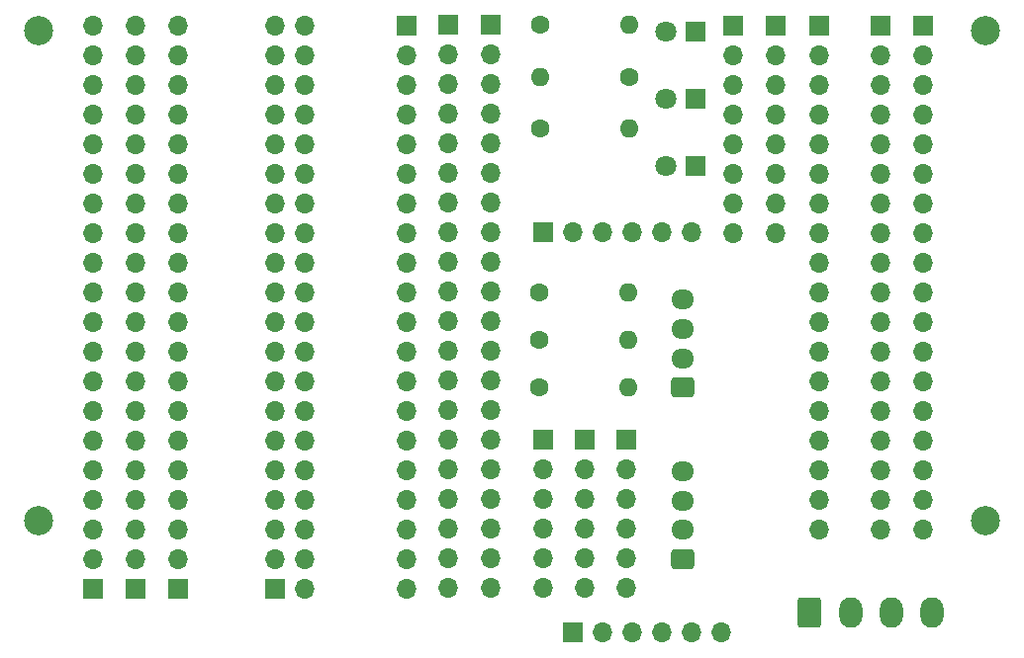
<source format=gbs>
%TF.GenerationSoftware,KiCad,Pcbnew,7.0.5-0*%
%TF.CreationDate,2023-10-02T00:08:41-07:00*%
%TF.ProjectId,FONA_pi,464f4e41-5f70-4692-9e6b-696361645f70,rev?*%
%TF.SameCoordinates,Original*%
%TF.FileFunction,Soldermask,Bot*%
%TF.FilePolarity,Negative*%
%FSLAX46Y46*%
G04 Gerber Fmt 4.6, Leading zero omitted, Abs format (unit mm)*
G04 Created by KiCad (PCBNEW 7.0.5-0) date 2023-10-02 00:08:41*
%MOMM*%
%LPD*%
G01*
G04 APERTURE LIST*
G04 Aperture macros list*
%AMRoundRect*
0 Rectangle with rounded corners*
0 $1 Rounding radius*
0 $2 $3 $4 $5 $6 $7 $8 $9 X,Y pos of 4 corners*
0 Add a 4 corners polygon primitive as box body*
4,1,4,$2,$3,$4,$5,$6,$7,$8,$9,$2,$3,0*
0 Add four circle primitives for the rounded corners*
1,1,$1+$1,$2,$3*
1,1,$1+$1,$4,$5*
1,1,$1+$1,$6,$7*
1,1,$1+$1,$8,$9*
0 Add four rect primitives between the rounded corners*
20,1,$1+$1,$2,$3,$4,$5,0*
20,1,$1+$1,$4,$5,$6,$7,0*
20,1,$1+$1,$6,$7,$8,$9,0*
20,1,$1+$1,$8,$9,$2,$3,0*%
G04 Aperture macros list end*
%ADD10R,1.700000X1.700000*%
%ADD11O,1.700000X1.700000*%
%ADD12C,2.500000*%
%ADD13C,1.600000*%
%ADD14O,1.600000X1.600000*%
%ADD15R,1.800000X1.800000*%
%ADD16C,1.800000*%
%ADD17RoundRect,0.250000X0.725000X-0.600000X0.725000X0.600000X-0.725000X0.600000X-0.725000X-0.600000X0*%
%ADD18O,1.950000X1.700000*%
%ADD19RoundRect,0.250000X-0.750000X-1.050000X0.750000X-1.050000X0.750000X1.050000X-0.750000X1.050000X0*%
%ADD20O,2.000000X2.600000*%
G04 APERTURE END LIST*
D10*
%TO.C,J20*%
X144310000Y-60960000D03*
D11*
X144310000Y-63500000D03*
X144310000Y-66040000D03*
X144310000Y-68580000D03*
X144310000Y-71120000D03*
X144310000Y-73660000D03*
X144310000Y-76200000D03*
X144310000Y-78740000D03*
%TD*%
D10*
%TO.C,J19*%
X140670000Y-60960000D03*
D11*
X140670000Y-63500000D03*
X140670000Y-66040000D03*
X140670000Y-68580000D03*
X140670000Y-71120000D03*
X140670000Y-73660000D03*
X140670000Y-76200000D03*
X140670000Y-78740000D03*
%TD*%
%TO.C,J6*%
X153240000Y-104140000D03*
X153240000Y-101600000D03*
X153240000Y-99060000D03*
X153240000Y-96520000D03*
X153240000Y-93980000D03*
X153240000Y-91440000D03*
X153240000Y-88900000D03*
X153240000Y-86360000D03*
X153240000Y-83820000D03*
X153240000Y-81280000D03*
X153240000Y-78740000D03*
X153240000Y-76200000D03*
X153240000Y-73660000D03*
X153240000Y-71120000D03*
X153240000Y-68580000D03*
X153240000Y-66040000D03*
X153240000Y-63500000D03*
D10*
X153240000Y-60960000D03*
%TD*%
D12*
%TO.C,H4*%
X162230000Y-61380000D03*
%TD*%
%TO.C,H3*%
X162230000Y-103380000D03*
%TD*%
%TO.C,H2*%
X81230000Y-103380000D03*
%TD*%
%TO.C,H1*%
X81230000Y-61380000D03*
%TD*%
D11*
%TO.C,J5*%
X147955000Y-104140000D03*
X147955000Y-101600000D03*
X147955000Y-99060000D03*
X147955000Y-96520000D03*
X147955000Y-93980000D03*
X147955000Y-91440000D03*
X147955000Y-88900000D03*
X147955000Y-86360000D03*
X147955000Y-83820000D03*
X147955000Y-81280000D03*
X147955000Y-78740000D03*
X147955000Y-76200000D03*
X147955000Y-73660000D03*
X147955000Y-71120000D03*
X147955000Y-68580000D03*
X147955000Y-66040000D03*
X147955000Y-63500000D03*
D10*
X147955000Y-60960000D03*
%TD*%
D13*
%TO.C,R1*%
X124104400Y-69773800D03*
D14*
X131724400Y-69773800D03*
%TD*%
D10*
%TO.C,J13*%
X124383800Y-96418400D03*
D11*
X124383800Y-98958400D03*
X124383800Y-101498400D03*
X124383800Y-104038400D03*
X124383800Y-106578400D03*
X124383800Y-109118400D03*
%TD*%
D13*
%TO.C,R6*%
X124053600Y-91922600D03*
D14*
X131673600Y-91922600D03*
%TD*%
D15*
%TO.C,D3*%
X137439400Y-72948800D03*
D16*
X134899400Y-72948800D03*
%TD*%
D13*
%TO.C,R3*%
X124104400Y-60883800D03*
D14*
X131724400Y-60883800D03*
%TD*%
D17*
%TO.C,J9*%
X136347200Y-106629200D03*
D18*
X136347200Y-104129200D03*
X136347200Y-101629200D03*
X136347200Y-99129200D03*
%TD*%
D13*
%TO.C,R2*%
X131724400Y-65328800D03*
D14*
X124104400Y-65328800D03*
%TD*%
D13*
%TO.C,R4*%
X124053600Y-83822600D03*
D14*
X131673600Y-83822600D03*
%TD*%
D10*
%TO.C,J15*%
X131523800Y-96418400D03*
D11*
X131523800Y-98958400D03*
X131523800Y-101498400D03*
X131523800Y-104038400D03*
X131523800Y-106578400D03*
X131523800Y-109118400D03*
%TD*%
D13*
%TO.C,R5*%
X124053600Y-87872600D03*
D14*
X131673600Y-87872600D03*
%TD*%
D11*
%TO.C,J2*%
X103987600Y-60909200D03*
X101447600Y-60909200D03*
X103987600Y-63449200D03*
X101447600Y-63449200D03*
X103987600Y-65989200D03*
X101447600Y-65989200D03*
X103987600Y-68529200D03*
X101447600Y-68529200D03*
X103987600Y-71069200D03*
X101447600Y-71069200D03*
X103987600Y-73609200D03*
X101447600Y-73609200D03*
X103987600Y-76149200D03*
X101447600Y-76149200D03*
X103987600Y-78689200D03*
X101447600Y-78689200D03*
X103987600Y-81229200D03*
X101447600Y-81229200D03*
X103987600Y-83769200D03*
X101447600Y-83769200D03*
X103987600Y-86309200D03*
X101447600Y-86309200D03*
X103987600Y-88849200D03*
X101447600Y-88849200D03*
X103987600Y-91389200D03*
X101447600Y-91389200D03*
X103987600Y-93929200D03*
X101447600Y-93929200D03*
X103987600Y-96469200D03*
X101447600Y-96469200D03*
X103987600Y-99009200D03*
X101447600Y-99009200D03*
X103987600Y-101549200D03*
X101447600Y-101549200D03*
X103987600Y-104089200D03*
X101447600Y-104089200D03*
X103987600Y-106629200D03*
X101447600Y-106629200D03*
X103987600Y-109169200D03*
D10*
X101447600Y-109169200D03*
%TD*%
D15*
%TO.C,D2*%
X137444400Y-67233800D03*
D16*
X134904400Y-67233800D03*
%TD*%
D11*
%TO.C,J4*%
X119862600Y-109143800D03*
X119862600Y-106603800D03*
X119862600Y-104063800D03*
X119862600Y-101523800D03*
X119862600Y-98983800D03*
X119862600Y-96443800D03*
X119862600Y-93903800D03*
X119862600Y-91363800D03*
X119862600Y-88823800D03*
X119862600Y-86283800D03*
X119862600Y-83743800D03*
X119862600Y-81203800D03*
X119862600Y-78663800D03*
X119862600Y-76123800D03*
X119862600Y-73583800D03*
X119862600Y-71043800D03*
X119862600Y-68503800D03*
X119862600Y-65963800D03*
X119862600Y-63423800D03*
D10*
X119862600Y-60883800D03*
%TD*%
%TO.C,J17*%
X126898400Y-112928400D03*
D11*
X129438400Y-112928400D03*
X131978400Y-112928400D03*
X134518400Y-112928400D03*
X137058400Y-112928400D03*
X139598400Y-112928400D03*
%TD*%
D10*
%TO.C,J11*%
X89486800Y-109160000D03*
D11*
X89486800Y-106620000D03*
X89486800Y-104080000D03*
X89486800Y-101540000D03*
X89486800Y-99000000D03*
X89486800Y-96460000D03*
X89486800Y-93920000D03*
X89486800Y-91380000D03*
X89486800Y-88840000D03*
X89486800Y-86300000D03*
X89486800Y-83760000D03*
X89486800Y-81220000D03*
X89486800Y-78680000D03*
X89486800Y-76140000D03*
X89486800Y-73600000D03*
X89486800Y-71060000D03*
X89486800Y-68520000D03*
X89486800Y-65980000D03*
X89486800Y-63440000D03*
X89486800Y-60900000D03*
%TD*%
D10*
%TO.C,J12*%
X85877400Y-109160000D03*
D11*
X85877400Y-106620000D03*
X85877400Y-104080000D03*
X85877400Y-101540000D03*
X85877400Y-99000000D03*
X85877400Y-96460000D03*
X85877400Y-93920000D03*
X85877400Y-91380000D03*
X85877400Y-88840000D03*
X85877400Y-86300000D03*
X85877400Y-83760000D03*
X85877400Y-81220000D03*
X85877400Y-78680000D03*
X85877400Y-76140000D03*
X85877400Y-73600000D03*
X85877400Y-71060000D03*
X85877400Y-68520000D03*
X85877400Y-65980000D03*
X85877400Y-63440000D03*
X85877400Y-60900000D03*
%TD*%
D10*
%TO.C,J1*%
X93091000Y-109169200D03*
D11*
X93091000Y-106629200D03*
X93091000Y-104089200D03*
X93091000Y-101549200D03*
X93091000Y-99009200D03*
X93091000Y-96469200D03*
X93091000Y-93929200D03*
X93091000Y-91389200D03*
X93091000Y-88849200D03*
X93091000Y-86309200D03*
X93091000Y-83769200D03*
X93091000Y-81229200D03*
X93091000Y-78689200D03*
X93091000Y-76149200D03*
X93091000Y-73609200D03*
X93091000Y-71069200D03*
X93091000Y-68529200D03*
X93091000Y-65989200D03*
X93091000Y-63449200D03*
X93091000Y-60909200D03*
%TD*%
%TO.C,J8*%
X156870400Y-104140000D03*
X156870400Y-101600000D03*
X156870400Y-99060000D03*
X156870400Y-96520000D03*
X156870400Y-93980000D03*
X156870400Y-91440000D03*
X156870400Y-88900000D03*
X156870400Y-86360000D03*
X156870400Y-83820000D03*
X156870400Y-81280000D03*
X156870400Y-78740000D03*
X156870400Y-76200000D03*
X156870400Y-73660000D03*
X156870400Y-71120000D03*
X156870400Y-68580000D03*
X156870400Y-66040000D03*
X156870400Y-63500000D03*
D10*
X156870400Y-60960000D03*
%TD*%
D17*
%TO.C,J10*%
X136347200Y-91929600D03*
D18*
X136347200Y-89429600D03*
X136347200Y-86929600D03*
X136347200Y-84429600D03*
%TD*%
D10*
%TO.C,J16*%
X124400000Y-78670000D03*
D11*
X126940000Y-78670000D03*
X129480000Y-78670000D03*
X132020000Y-78670000D03*
X134560000Y-78670000D03*
X137100000Y-78670000D03*
%TD*%
%TO.C,J3*%
X112660000Y-109200000D03*
X112660000Y-106660000D03*
X112660000Y-104120000D03*
X112660000Y-101580000D03*
X112660000Y-99040000D03*
X112660000Y-96500000D03*
X112660000Y-93960000D03*
X112660000Y-91420000D03*
X112660000Y-88880000D03*
X112660000Y-86340000D03*
X112660000Y-83800000D03*
X112660000Y-81260000D03*
X112660000Y-78720000D03*
X112660000Y-76180000D03*
X112660000Y-73640000D03*
X112660000Y-71100000D03*
X112660000Y-68560000D03*
X112660000Y-66020000D03*
X112660000Y-63480000D03*
D10*
X112660000Y-60940000D03*
%TD*%
D11*
%TO.C,J7*%
X116230400Y-109143800D03*
X116230400Y-106603800D03*
X116230400Y-104063800D03*
X116230400Y-101523800D03*
X116230400Y-98983800D03*
X116230400Y-96443800D03*
X116230400Y-93903800D03*
X116230400Y-91363800D03*
X116230400Y-88823800D03*
X116230400Y-86283800D03*
X116230400Y-83743800D03*
X116230400Y-81203800D03*
X116230400Y-78663800D03*
X116230400Y-76123800D03*
X116230400Y-73583800D03*
X116230400Y-71043800D03*
X116230400Y-68503800D03*
X116230400Y-65963800D03*
X116230400Y-63423800D03*
D10*
X116230400Y-60883800D03*
%TD*%
D15*
%TO.C,D1*%
X137414000Y-61468000D03*
D16*
X134874000Y-61468000D03*
%TD*%
D10*
%TO.C,J14*%
X127967800Y-96418400D03*
D11*
X127967800Y-98958400D03*
X127967800Y-101498400D03*
X127967800Y-104038400D03*
X127967800Y-106578400D03*
X127967800Y-109118400D03*
%TD*%
D19*
%TO.C,J18*%
X147167600Y-111201200D03*
D20*
X150667600Y-111201200D03*
X154167600Y-111201200D03*
X157667600Y-111201200D03*
%TD*%
M02*

</source>
